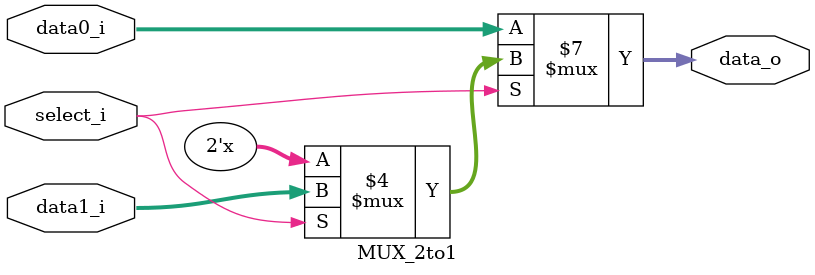
<source format=v>
     
module MUX_2to1(
               data0_i,
               data1_i,
               select_i,
               data_o
               );

parameter size = 0;			   
			
//I/O ports               
input   [size-1:0] data0_i;          
input   [size-1:0] data1_i;
input              select_i;
output  [size-1:0] data_o; 

//Internal Signals
reg     [size-1:0] data_o;

//Main function
always@(*)
begin
	if(select_i == 0)
	begin
		data_o <= data0_i;
	end
	else if(select_i == 1)
	begin
		data_o <= data1_i;
	end
end

endmodule      
          
          
</source>
